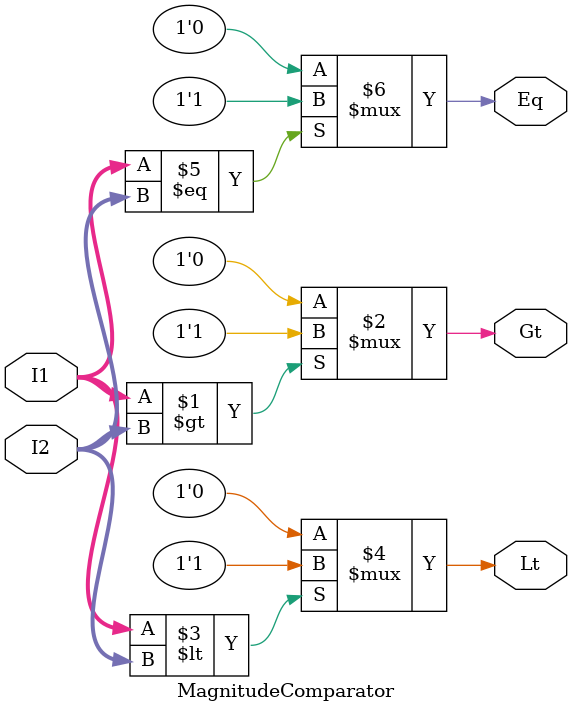
<source format=v>
module MagnitudeComparator (I1,I2,Gt,Lt,Eq); 

input [7:0]  I1,I2;

output Gt,Lt,Eq; 


assign Gt = ( I1 > I2 )? 1'b1 : 1'b0; 
assign Lt = ( I1 < I2 )? 1'b1 : 1'b0; 
assign Eq = ( I1 == I2)? 1'b1 : 1'b0; 


endmodule

</source>
